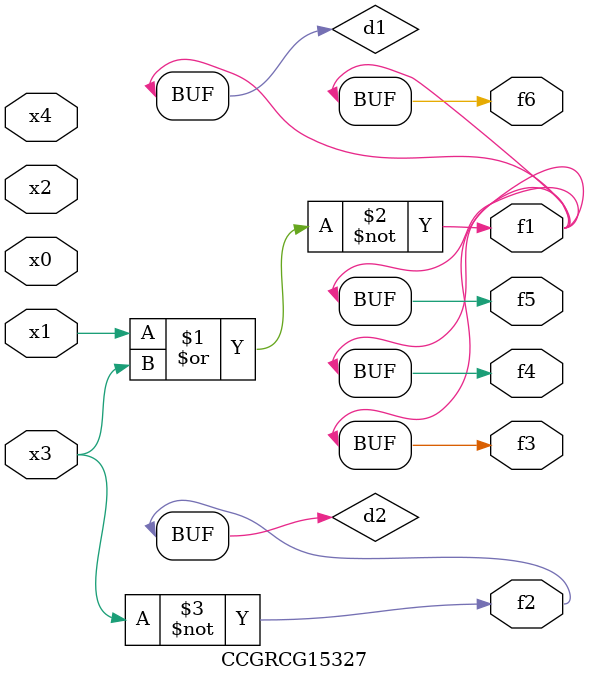
<source format=v>
module CCGRCG15327(
	input x0, x1, x2, x3, x4,
	output f1, f2, f3, f4, f5, f6
);

	wire d1, d2;

	nor (d1, x1, x3);
	not (d2, x3);
	assign f1 = d1;
	assign f2 = d2;
	assign f3 = d1;
	assign f4 = d1;
	assign f5 = d1;
	assign f6 = d1;
endmodule

</source>
